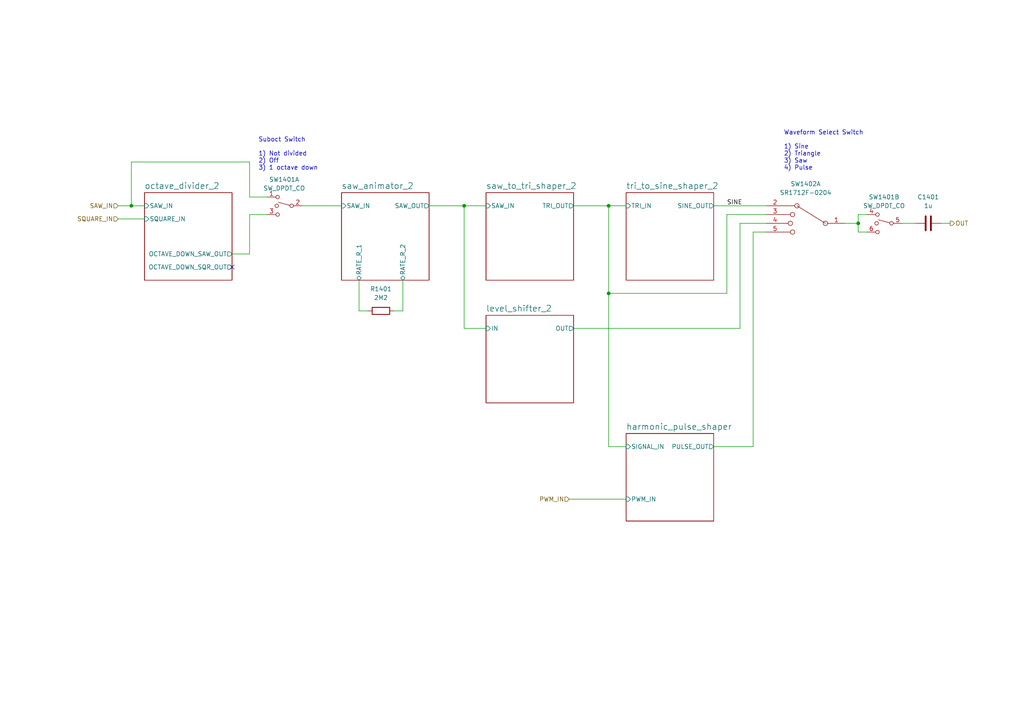
<source format=kicad_sch>
(kicad_sch (version 20211123) (generator eeschema)
  (paper "A4")
  (title_block (title "Josh Ox Ribon Synth Main VCO board") (date "2022-07-23") (rev "0.1") (comment 2 "creativecommons.org/licences/by/4.0") (comment 3 "license: CC by 4.0") (comment 4 "Author: Jordan Acete"))
  (lib_symbols
    (symbol "Device:C" (pin_numbers hide) (pin_names (offset 0.254))
      (property "Reference" "C" (at 0.635 2.54 0))
      (property "Value" "C" (at 0.635 -2.54 0))
      (symbol "C_0_1"
        (polyline (pts (xy -2.032 -0.762) (xy 2.032 -0.762)) (stroke (width 0.508)))
        (polyline (pts (xy -2.032 0.762) (xy 2.032 0.762)) (stroke (width 0.508)))
      )
      (symbol "C_1_1"
        (pin passive line (at 0 3.81 270) (length 2.794) (name "~") (number "1"))
        (pin passive line (at 0 -3.81 90) (length 2.794) (name "~") (number "2"))
      )
    )
    (symbol "Device:R" (pin_numbers hide) (pin_names (offset 0))
      (property "Reference" "R" (at 2.032 0 90))
      (property "Value" "R" (at 0 0 90))
      (symbol "R_0_1"
        (rectangle (start -1.016 -2.54) (end 1.016 2.54) (stroke (width 0.254)))
      )
      (symbol "R_1_1"
        (pin passive line (at 0 3.81 270) (length 1.27) (name "~") (number "1"))
        (pin passive line (at 0 -3.81 90) (length 1.27) (name "~") (number "2"))
      )
    )
    (symbol "custom_symbols:SR1712F-0204" (pin_names (offset 1.016) hide)
      (property "Reference" "SW?" (at 1.27 11.43 0))
      (property "Value" "SR1712F-0204" (at 1.27 8.89 0))
      (symbol "SR1712F-0204_0_0"
        (circle (center -4.445 0) (radius 0.635))
        (polyline (pts (xy -4.445 0) (xy 3.81 5.08)))
        (polyline (pts (xy 4.445 5.08) (xy 7.62 5.08)))
        (polyline (pts (xy 5.715 -2.54) (xy 7.62 -2.54)))
        (polyline (pts (xy 5.715 2.54) (xy 7.62 2.54)))
        (polyline (pts (xy 6.35 0) (xy 7.62 0)))
        (circle (center 3.81 5.08) (radius 0.635))
        (circle (center 5.08 -2.54) (radius 0.635))
        (circle (center 5.08 2.54) (radius 0.635))
        (circle (center 5.715 0) (radius 0.635))
      )
      (symbol "SR1712F-0204_1_1"
        (pin passive line (at -10.16 0 0) (length 5.08) (name "1") (number "1"))
        (pin passive line (at 12.7 5.08 180) (length 5.08) (name "2") (number "2"))
        (pin passive line (at 12.7 2.54 180) (length 5.08) (name "3") (number "3"))
        (pin passive line (at 12.7 0 180) (length 5.08) (name "4") (number "4"))
        (pin passive line (at 12.7 -2.54 180) (length 5.08) (name "5") (number "5"))
      )
      (symbol "SR1712F-0204_2_1"
        (pin passive line (at -10.16 0 0) (length 5.08) (name "10") (number "10"))
        (pin passive line (at 12.7 5.08 180) (length 5.08) (name "6") (number "6"))
        (pin passive line (at 12.7 2.54 180) (length 5.08) (name "7") (number "7"))
        (pin passive line (at 12.7 0 180) (length 5.08) (name "8") (number "8"))
        (pin passive line (at 12.7 -2.54 180) (length 5.08) (name "9") (number "9"))
      )
    )
    (symbol "custom_symbols:SW_DPDT_CO" (pin_names (offset 0) hide)
      (property "Reference" "SW" (at 0 5.08 0))
      (property "Value" "SW_DPDT_CO" (at 0 -5.08 0))
      (symbol "SW_DPDT_CO_0_0"
        (circle (center -2.032 0) (radius 0.508))
        (polyline (pts (xy -1.524 0.127) (xy 1.778 1.016)))
        (circle (center 2.032 -2.54) (radius 0.508))
      )
      (symbol "SW_DPDT_CO_0_1"
        (circle (center 2.032 2.54) (radius 0.508))
        (circle (center 2.286 0) (radius 0.508))
      )
      (symbol "SW_DPDT_CO_1_1"
        (pin passive line (at 5.08 2.54 180) (length 2.54) (name "1") (number "1"))
        (pin passive line (at -5.08 0 0) (length 2.54) (name "2") (number "2"))
        (pin passive line (at 5.08 -2.54 180) (length 2.54) (name "3") (number "3"))
      )
      (symbol "SW_DPDT_CO_2_1"
        (pin passive line (at 5.08 2.54 180) (length 2.54) (name "4") (number "4"))
        (pin passive line (at -5.08 0 0) (length 2.54) (name "5") (number "5"))
        (pin passive line (at 5.08 -2.54 180) (length 2.54) (name "6") (number "6"))
      )
    )
  )
  (junction (at 134.62 59.69))
  (junction (at 176.53 85.09))
  (junction (at 176.53 59.69))
  (junction (at 248.92 64.77))
  (junction (at 38.1 59.69))
  (no_connect (at 67.31 77.47))
  (wire (pts (xy 67.31 73.66) (xy 72.39 73.66)))
  (wire (pts (xy 166.37 59.69) (xy 176.53 59.69)))
  (wire (pts (xy 34.29 59.69) (xy 38.1 59.69)))
  (wire (pts (xy 72.39 57.15) (xy 77.47 57.15)))
  (wire (pts (xy 218.44 129.54) (xy 218.44 67.31)))
  (wire (pts (xy 218.44 67.31) (xy 222.25 67.31)))
  (wire (pts (xy 38.1 46.99) (xy 72.39 46.99)))
  (wire (pts (xy 87.63 59.69) (xy 99.06 59.69)))
  (wire (pts (xy 214.63 95.25) (xy 214.63 64.77)))
  (wire (pts (xy 166.37 95.25) (xy 214.63 95.25)))
  (wire (pts (xy 176.53 85.09) (xy 210.82 85.09)))
  (wire (pts (xy 248.92 62.23) (xy 251.46 62.23)))
  (wire (pts (xy 165.1 144.78) (xy 181.61 144.78)))
  (wire (pts (xy 251.46 67.31) (xy 248.92 67.31)))
  (wire (pts (xy 176.53 59.69) (xy 176.53 85.09)))
  (wire (pts (xy 38.1 59.69) (xy 41.91 59.69)))
  (wire (pts (xy 134.62 59.69) (xy 140.97 59.69)))
  (wire (pts (xy 176.53 59.69) (xy 181.61 59.69)))
  (wire (pts (xy 176.53 85.09) (xy 176.53 129.54)))
  (wire (pts (xy 116.84 81.28) (xy 116.84 90.17)))
  (wire (pts (xy 34.29 63.5) (xy 41.91 63.5)))
  (wire (pts (xy 222.25 62.23) (xy 210.82 62.23)))
  (wire (pts (xy 72.39 46.99) (xy 72.39 57.15)))
  (wire (pts (xy 72.39 73.66) (xy 72.39 62.23)))
  (wire (pts (xy 104.14 90.17) (xy 106.68 90.17)))
  (wire (pts (xy 248.92 67.31) (xy 248.92 64.77)))
  (wire (pts (xy 214.63 64.77) (xy 222.25 64.77)))
  (wire (pts (xy 140.97 95.25) (xy 134.62 95.25)))
  (wire (pts (xy 104.14 81.28) (xy 104.14 90.17)))
  (wire (pts (xy 134.62 95.25) (xy 134.62 59.69)))
  (wire (pts (xy 273.05 64.77) (xy 275.59 64.77)))
  (wire (pts (xy 124.46 59.69) (xy 134.62 59.69)))
  (wire (pts (xy 261.62 64.77) (xy 265.43 64.77)))
  (wire (pts (xy 116.84 90.17) (xy 114.3 90.17)))
  (wire (pts (xy 38.1 59.69) (xy 38.1 46.99)))
  (wire (pts (xy 207.01 59.69) (xy 222.25 59.69)))
  (wire (pts (xy 72.39 62.23) (xy 77.47 62.23)))
  (wire (pts (xy 176.53 129.54) (xy 181.61 129.54)))
  (wire (pts (xy 248.92 64.77) (xy 248.92 62.23)))
  (wire (pts (xy 210.82 62.23) (xy 210.82 85.09)))
  (wire (pts (xy 245.11 64.77) (xy 248.92 64.77)))
  (wire (pts (xy 207.01 129.54) (xy 218.44 129.54)))
  (text "Suboct Switch\n\n1) Not divided\n2) Off\n3) 1 octave down" (at 74.93 49.53 0) (effects (font (size 1.27 1.27)) (justify left bottom)))
  (text "Waveform Select Switch\n\n1) Sine\n2) Triangle\n3) Saw\n4) Pulse" (at 227.33 49.53 0) (effects (font (size 1.27 1.27)) (justify left bottom)))
  (label "SINE" (at 210.82 59.69 0))
  (hierarchical_label "PWM_IN" (shape input) (at 165.1 144.78 180))
  (hierarchical_label "SAW_IN" (shape input) (at 34.29 59.69 180))
  (hierarchical_label "SQUARE_IN" (shape input) (at 34.29 63.5 180))
  (hierarchical_label "OUT" (shape output) (at 275.59 64.77 0))
  (symbol (lib_id "custom_symbols:SW_DPDT_CO") (at 82.55 59.69 0) (mirror y) (unit 1)
    (property "Reference" "SW1401" (at 82.423 52.07 0))
    (property "Value" "SW_DPDT_CO" (at 82.423 54.61 0))
    (property "Footprint" "custom_footprints:DPDT_mini_toggle" (effects hide))
  )
  (symbol (lib_id "Device:R") (at 110.49 90.17 90) (unit 1)
    (property "Reference" "R1401" (at 110.49 83.82 90))
    (property "Value" "2M2" (at 110.49 86.36 90))
    (property "Footprint" "Resistor_SMD:R_0805_2012Metric" (effects hide))
  )
  (symbol (lib_id "custom_symbols:SR1712F-0204") (at 234.95 64.77 0) (mirror y) (unit 1)
    (property "Reference" "SW1402" (at 233.68 53.34 0))
    (property "Value" "SR1712F-0204" (at 233.68 55.88 0))
    (property "Footprint" "custom_footprints:SR1712F_rotary_switch" (effects hide))
  )
  (symbol (lib_id "custom_symbols:SW_DPDT_CO") (at 256.54 64.77 0) (mirror y) (unit 2)
    (property "Reference" "SW1401" (at 256.413 57.15 0))
    (property "Value" "SW_DPDT_CO" (at 256.413 59.69 0))
    (property "Footprint" "custom_footprints:DPDT_mini_toggle" (effects hide))
  )
  (symbol (lib_id "Device:C") (at 269.24 64.77 90) (unit 1)
    (property "Reference" "C1401" (at 269.24 57.15 90))
    (property "Value" "1u" (at 269.24 59.69 90))
    (property "Footprint" "Capacitor_THT:C_Rect_L7.2mm_W5.5mm_P5.00mm_FKS2_FKP2_MKS2_MKP2" (effects hide))
  )
  (sheet (at 41.91 55.88) (size 25.4 25.4) (stroke (width 0.1524))
    (property "Sheet name" "octave_divider_2" (at 41.91 54.9284 0) (effects (font (size 1.75 1.75)) (justify left bottom)))
    (property "Sheet file" "octave_divider.kicad_sch" (effects hide))
    (pin "SAW_IN" input (at 41.91 59.69 180))
    (pin "OCTAVE_DOWN_SAW_OUT" output (at 67.31 73.66 0))
    (pin "SQUARE_IN" input (at 41.91 63.5 180))
    (pin "OCTAVE_DOWN_SQR_OUT" output (at 67.31 77.47 0))
  )
  (sheet (at 181.61 55.88) (size 25.4 25.4) (stroke (width 0.1524))
    (property "Sheet name" "tri_to_sine_shaper_2" (at 181.61 54.9284 0) (effects (font (size 1.75 1.75)) (justify left bottom)))
    (property "Sheet file" "tri_to_sine_shaper.kicad_sch" (effects hide))
    (pin "TRI_IN" input (at 181.61 59.69 180))
    (pin "SINE_OUT" output (at 207.01 59.69 0))
  )
  (sheet (at 99.06 55.88) (size 25.4 25.4) (stroke (width 0.1524))
    (property "Sheet name" "saw_animator_2" (at 99.06 54.9284 0) (effects (font (size 1.75 1.75)) (justify left bottom)))
    (property "Sheet file" "saw_animator.kicad_sch" (effects hide))
    (pin "SAW_OUT" output (at 124.46 59.69 0))
    (pin "SAW_IN" input (at 99.06 59.69 180))
    (pin "RATE_R_1" bidirectional (at 104.14 81.28 270))
    (pin "RATE_R_2" bidirectional (at 116.84 81.28 270))
  )
  (sheet (at 181.61 125.73) (size 25.4 25.4) (stroke (width 0.1524))
    (property "Sheet name" "harmonic_pulse_shaper" (at 181.61 124.7784 0) (effects (font (size 1.75 1.75)) (justify left bottom)))
    (property "Sheet file" "harmonic_pulse_shaper.kicad_sch" (effects hide))
    (pin "PULSE_OUT" output (at 207.01 129.54 0))
    (pin "SIGNAL_IN" input (at 181.61 129.54 180))
    (pin "PWM_IN" input (at 181.61 144.78 180))
  )
  (sheet (at 140.97 91.44) (size 25.4 25.4) (stroke (width 0.1524))
    (property "Sheet name" "level_shifter_2" (at 140.97 90.4884 0) (effects (font (size 1.75 1.75)) (justify left bottom)))
    (property "Sheet file" "level_shifter.kicad_sch" (effects hide))
    (pin "OUT" output (at 166.37 95.25 0))
    (pin "IN" input (at 140.97 95.25 180))
  )
  (sheet (at 140.97 55.88) (size 25.4 25.4) (stroke (width 0.1524))
    (property "Sheet name" "saw_to_tri_shaper_2" (at 140.97 54.9284 0) (effects (font (size 1.75 1.75)) (justify left bottom)))
    (property "Sheet file" "saw_to_tri_shaper.kicad_sch" (effects hide))
    (pin "SAW_IN" input (at 140.97 59.69 180))
    (pin "TRI_OUT" output (at 166.37 59.69 0))
  )
)
</source>
